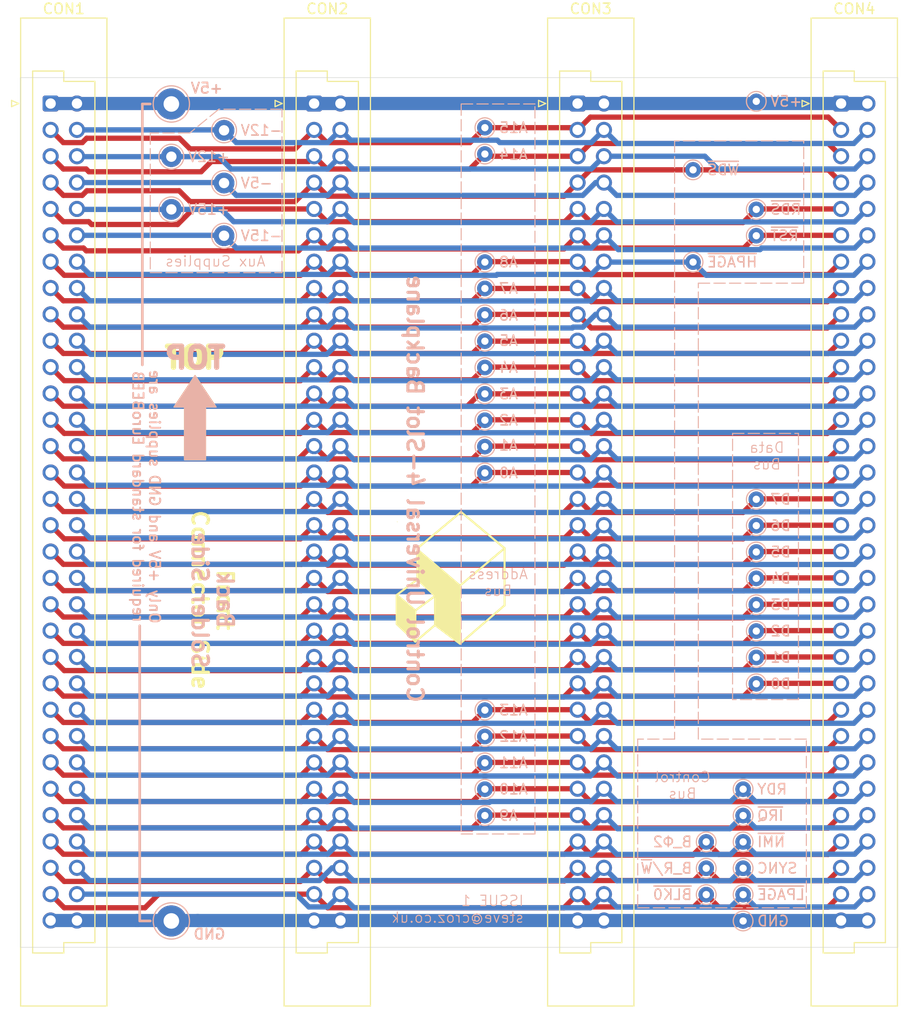
<source format=kicad_pcb>
(kicad_pcb (version 20240108) (generator "pcbnew") (generator_version "8.0")
  (title_block (title "CU 4 Slot Backplane") (date "2025-03-27") (rev "ISSUE 1") (company "steve@croz.co.uk"))
  (layers (0 "F.Cu" signal) (31 "B.Cu" signal) (34 "B.Paste" user) (35 "F.Paste" user) (36 "B.SilkS" user "B.Silkscreen") (37 "F.SilkS" user "F.Silkscreen") (38 "B.Mask" user) (39 "F.Mask" user) (44 "Edge.Cuts" user))
  (net 0 "")
  (net 1 "~{RST}")
  (net 2 "+12V")
  (net 3 "xB25")
  (net 4 "D4")
  (net 5 "+5V")
  (net 6 "GND")
  (net 7 "xB23")
  (net 8 "-12V")
  (net 9 "B_R{slash}~{W}")
  (net 10 "A5")
  (net 11 "A13")
  (net 12 "xB26")
  (net 13 "~{HPAGE}")
  (net 14 "xB20")
  (net 15 "D6")
  (net 16 "A22")
  (net 17 "A11")
  (net 18 "A3")
  (net 19 "-15V")
  (net 20 "~{BLK0}")
  (net 21 "D0")
  (net 22 "xB16")
  (net 23 "D7")
  (net 24 "D5")
  (net 25 "xB22")
  (net 26 "RDY")
  (net 27 "A8")
  (net 28 "xB14")
  (net 29 "D2")
  (net 30 "A12")
  (net 31 "B_Φ2")
  (net 32 "A21")
  (net 33 "A0")
  (net 34 "+15V")
  (net 35 "A4")
  (net 36 "xB21")
  (net 37 "A20")
  (net 38 "~{RDS}")
  (net 39 "D1")
  (net 40 "A1")
  (net 41 "A23")
  (net 42 "A15")
  (net 43 "A14")
  (net 44 "xB12")
  (net 45 "A2")
  (net 46 "-5V")
  (net 47 "xB18")
  (net 48 "xB15")
  (net 49 "A9")
  (net 50 "~{WDS}")
  (net 51 "xB13")
  (net 52 "D3")
  (net 53 "xB17")
  (net 54 "A6")
  (net 55 "~{IRQ}")
  (net 56 "A7")
  (net 57 "xB19")
  (net 58 "~{NMI}")
  (net 59 "SYNC")
  (net 60 "xB24")
  (net 61 "~{LPAGE}")
  (net 62 "A10")
  (footprint "Connector_DIN:DIN41612_B_2x32_Female_Vertical_THT" (layer "F.Cu") (at 55.164 37.296)
    (property "Reference" "CON2")
    (property "Value" "EXPANSION BUS")
  )
  (footprint "Connector_DIN:DIN41612_B_2x32_Female_Vertical_THT" (layer "F.Cu") (at 105.964 37.296)
    (property "Reference" "CON4")
    (property "Value" "EXPANSION BUS")
  )
  (footprint "Connector_DIN:DIN41612_B_2x32_Female_Vertical_THT" (layer "F.Cu") (at 80.564 37.296)
    (property "Reference" "CON3")
    (property "Value" "EXPANSION BUS")
  )
  (footprint "Connector_DIN:DIN41612_B_2x32_Female_Vertical_THT" (layer "F.Cu") (at 29.764 37.296)
    (property "Reference" "CON1")
    (property "Value" "EXPANSION BUS")
  )
  (footprint "CUBackplane:EuroCube-65-logo" (layer "F.Cu") (at 68.326 83.058)
    (property "Reference" "G***" (hide yes))
    (property "Value" "LOGO" (hide yes))
  )
  (footprint "TestPoint:TestPoint_THTPad_D1.5mm_Drill0.7mm" (layer "B.Cu") (at 71.628 57.658 180)
    (property "Reference" "TP11" (hide yes))
    (property "Value" "A6")
  )
  (footprint "TestPoint:TestPoint_THTPad_D3.0mm_Drill1.5mm" (layer "B.Cu") (at 41.402 116.078 180)
    (property "Reference" "J7" (hide yes))
    (property "Value" "GND")
  )
  (footprint "TestPoint:TestPoint_THTPad_D1.5mm_Drill0.7mm" (layer "B.Cu") (at 71.628 60.198 180)
    (property "Reference" "TP12" (hide yes))
    (property "Value" "A5")
  )
  (footprint "TestPoint:TestPoint_THTPad_D1.5mm_Drill0.7mm" (layer "B.Cu") (at 71.628 98.298 180)
    (property "Reference" "TP5" (hide yes))
    (property "Value" "A12")
  )
  (footprint "TestPoint:TestPoint_THTPad_D1.5mm_Drill0.7mm" (layer "B.Cu") (at 96.52 116.078 180)
    (property "Reference" "TP38" (hide yes))
    (property "Value" "GND")
  )
  (footprint "TestPoint:TestPoint_THTPad_D1.5mm_Drill0.7mm" (layer "B.Cu") (at 97.79 83.058 180)
    (property "Reference" "TP21" (hide yes))
    (property "Value" "D4")
  )
  (footprint "TestPoint:TestPoint_THTPad_D2.0mm_Drill1.0mm" (layer "B.Cu") (at 46.482 44.958 180)
    (property "Reference" "J4" (hide yes))
    (property "Value" "-5V")
  )
  (footprint "TestPoint:TestPoint_THTPad_D1.5mm_Drill0.7mm" (layer "B.Cu") (at 71.628 95.758 180)
    (property "Reference" "TP4" (hide yes))
    (property "Value" "A13")
  )
  (footprint "TestPoint:TestPoint_THTPad_D1.5mm_Drill0.7mm" (layer "B.Cu") (at 91.694 52.578 180)
    (property "Reference" "TP32" (hide yes))
    (property "Value" "~{HPAGE}")
  )
  (footprint "TestPoint:TestPoint_THTPad_D3.0mm_Drill1.5mm" (layer "B.Cu") (at 41.402 37.338 180)
    (property "Reference" "J1" (hide yes))
    (property "Value" "+5V")
  )
  (footprint "TestPoint:TestPoint_THTPad_D1.5mm_Drill0.7mm" (layer "B.Cu") (at 71.628 103.378 180)
    (property "Reference" "TP7" (hide yes))
    (property "Value" "A10")
  )
  (footprint "TestPoint:TestPoint_THTPad_D1.5mm_Drill0.7mm" (layer "B.Cu") (at 71.628 72.898 180)
    (property "Reference" "TP17" (hide yes))
    (property "Value" "A0")
  )
  (footprint "TestPoint:TestPoint_THTPad_D1.5mm_Drill0.7mm" (layer "B.Cu") (at 96.52 105.918 180)
    (property "Reference" "TP36" (hide yes))
    (property "Value" "~{IRQ}")
  )
  (footprint "TestPoint:TestPoint_THTPad_D1.5mm_Drill0.7mm" (layer "B.Cu") (at 92.964 108.458 180)
    (property "Reference" "TP26" (hide yes))
    (property "Value" "B_Φ2")
  )
  (footprint "TestPoint:TestPoint_THTPad_D1.5mm_Drill0.7mm" (layer "B.Cu") (at 92.964 113.538 180)
    (property "Reference" "TP28" (hide yes))
    (property "Value" "~{BLK0}")
  )
  (footprint "TestPoint:TestPoint_THTPad_D1.5mm_Drill0.7mm" (layer "B.Cu") (at 96.52 113.538 180)
    (property "Reference" "TP33" (hide yes))
    (property "Value" "~{LPAGE}")
  )
  (footprint "TestPoint:TestPoint_THTPad_D1.5mm_Drill0.7mm" (layer "B.Cu") (at 97.79 93.218 180)
    (property "Reference" "TP25" (hide yes))
    (property "Value" "D0")
  )
  (footprint "TestPoint:TestPoint_THTPad_D2.0mm_Drill1.0mm" (layer "B.Cu") (at 41.402 42.418 180)
    (property "Reference" "J3" (hide yes))
    (property "Value" "+12V")
  )
  (footprint "TestPoint:TestPoint_THTPad_D1.5mm_Drill0.7mm" (layer "B.Cu") (at 96.52 110.998 180)
    (property "Reference" "TP34" (hide yes))
    (property "Value" "SYNC")
  )
  (footprint "TestPoint:TestPoint_THTPad_D1.5mm_Drill0.7mm" (layer "B.Cu") (at 71.628 55.118 180)
    (property "Reference" "TP10" (hide yes))
    (property "Value" "A7")
  )
  (footprint "TestPoint:TestPoint_THTPad_D1.5mm_Drill0.7mm" (layer "B.Cu") (at 92.964 110.998 180)
    (property "Reference" "TP27" (hide yes))
    (property "Value" "B_R/~{W}")
  )
  (footprint "TestPoint:TestPoint_THTPad_D2.0mm_Drill1.0mm" (layer "B.Cu") (at 46.482 39.878 180)
    (property "Reference" "J2" (hide yes))
    (property "Value" "-12V")
  )
  (footprint "TestPoint:TestPoint_THTPad_D2.0mm_Drill1.0mm" (layer "B.Cu") (at 46.482 50.038 180)
    (property "Reference" "J6" (hide yes))
    (property "Value" "-15V")
  )
  (footprint "TestPoint:TestPoint_THTPad_D1.5mm_Drill0.7mm" (layer "B.Cu") (at 97.79 88.138 180)
    (property "Reference" "TP23" (hide yes))
    (property "Value" "D2")
  )
  (footprint "TestPoint:TestPoint_THTPad_D1.5mm_Drill0.7mm" (layer "B.Cu") (at 97.79 37.084 180)
    (property "Reference" "TP1" (hide yes))
    (property "Value" "+5V")
  )
  (footprint "TestPoint:TestPoint_THTPad_D1.5mm_Drill0.7mm" (layer "B.Cu") (at 71.628 65.278 180)
    (property "Reference" "TP14" (hide yes))
    (property "Value" "A3")
  )
  (footprint "TestPoint:TestPoint_THTPad_D1.5mm_Drill0.7mm" (layer "B.Cu") (at 97.79 80.518 180)
    (property "Reference" "TP20" (hide yes))
    (property "Value" "D5")
  )
  (footprint "TestPoint:TestPoint_THTPad_D2.0mm_Drill1.0mm" (layer "B.Cu") (at 41.402 47.498 180)
    (property "Reference" "J5" (hide yes))
    (property "Value" "+15V")
  )
  (footprint "TestPoint:TestPoint_THTPad_D1.5mm_Drill0.7mm" (layer "B.Cu") (at 96.52 108.458 180)
    (property "Reference" "TP35" (hide yes))
    (property "Value" "~{NMI}")
  )
  (footprint "TestPoint:TestPoint_THTPad_D1.5mm_Drill0.7mm" (layer "B.Cu") (at 97.79 47.498 180)
    (property "Reference" "TP30" (hide yes))
    (property "Value" "~{RDS}")
  )
  (footprint "TestPoint:TestPoint_THTPad_D1.5mm_Drill0.7mm" (layer "B.Cu") (at 71.628 67.818 180)
    (property "Reference" "TP15" (hide yes))
    (property "Value" "A2")
  )
  (footprint "TestPoint:TestPoint_THTPad_D1.5mm_Drill0.7mm" (layer "B.Cu") (at 71.628 52.578 180)
    (property "Reference" "TP9" (hide yes))
    (property "Value" "A8")
  )
  (footprint "TestPoint:TestPoint_THTPad_D1.5mm_Drill0.7mm" (layer "B.Cu") (at 71.628 62.738 180)
    (property "Reference" "TP13" (hide yes))
    (property "Value" "A4")
  )
  (footprint "TestPoint:TestPoint_THTPad_D1.5mm_Drill0.7mm" (layer "B.Cu") (at 97.79 77.978 180)
    (property "Reference" "TP19" (hide yes))
    (property "Value" "D6")
  )
  (footprint "TestPoint:TestPoint_THTPad_D1.5mm_Drill0.7mm" (layer "B.Cu") (at 71.628 39.624 180)
    (property "Reference" "TP2" (hide yes))
    (property "Value" "A15")
  )
  (footprint "TestPoint:TestPoint_THTPad_D1.5mm_Drill0.7mm" (layer "B.Cu") (at 97.79 90.678 180)
    (property "Reference" "TP24" (hide yes))
    (property "Value" "D1")
  )
  (footprint "TestPoint:TestPoint_THTPad_D1.5mm_Drill0.7mm" (layer "B.Cu") (at 71.628 70.358 180)
    (property "Reference" "TP16" (hide yes))
    (property "Value" "A1")
  )
  (footprint "TestPoint:TestPoint_THTPad_D1.5mm_Drill0.7mm" (layer "B.Cu") (at 96.52 103.378 180)
    (property "Reference" "TP37" (hide yes))
    (property "Value" "RDY")
  )
  (footprint "TestPoint:TestPoint_THTPad_D1.5mm_Drill0.7mm" (layer "B.Cu") (at 97.79 75.438 180)
    (property "Reference" "TP18" (hide yes))
    (property "Value" "D7")
  )
  (footprint "TestPoint:TestPoint_THTPad_D1.5mm_Drill0.7mm" (layer "B.Cu") (at 97.79 50.038 180)
    (property "Reference" "TP31" (hide yes))
    (property "Value" "~{RST}")
  )
  (footprint "TestPoint:TestPoint_THTPad_D1.5mm_Drill0.7mm" (layer "B.Cu") (at 97.79 85.598 180)
    (property "Reference" "TP22" (hide yes))
    (property "Value" "D3")
  )
  (footprint "TestPoint:TestPoint_THTPad_D1.5mm_Drill0.7mm" (layer "B.Cu") (at 71.628 42.164 180)
    (property "Reference" "TP3" (hide yes))
    (property "Value" "A14")
  )
  (footprint "TestPoint:TestPoint_THTPad_D1.5mm_Drill0.7mm" (layer "B.Cu") (at 71.628 105.918 180)
    (property "Reference" "TP8" (hide yes))
    (property "Value" "A9")
  )
  (footprint "TestPoint:TestPoint_THTPad_D1.5mm_Drill0.7mm" (layer "B.Cu") (at 91.694 43.688 180)
    (property "Reference" "TP29" (hide yes))
    (property "Value" "~{WDS}")
  )
  (footprint "TestPoint:TestPoint_THTPad_D1.5mm_Drill0.7mm" (layer "B.Cu") (at 71.628 100.838 180)
    (property "Reference" "TP6" (hide yes))
    (property "Value" "A11")
  )
  (gr_poly (pts (xy 102.362 40.894) (xy 89.916 40.894) (xy 89.916 98.552) (xy 86.36 98.552) (xy 86.36 114.808) (xy 102.616 114.808) (xy 102.616 98.552) (xy 92.202 98.552) (xy 92.202 54.61) (xy 102.362 54.61)) (stroke (width 0.1) (type dash)) (fill none) (layer "B.SilkS"))
  (gr_line (start 38.354 87.63) (end 38.354 116.078) (stroke (width 0.254)) (layer "B.SilkS"))
  (gr_line (start 38.608 62.484) (end 38.608 37.338) (stroke (width 0.254)) (layer "B.SilkS"))
  (gr_poly (pts (xy 52.07 37.846) (xy 45.974 37.846) (xy 43.18 40.132) (xy 39.37 40.132) (xy 39.37 53.594) (xy 52.07 53.594)) (stroke (width 0.1) (type dash)) (fill none) (layer "B.SilkS"))
  (gr_line (start 38.608 37.338) (end 39.37 37.338) (stroke (width 0.254)) (layer "B.SilkS"))
  (gr_poly (pts (xy 101.854 94.742) (xy 95.504 94.742) (xy 95.504 69.088) (xy 101.854 69.088)) (stroke (width 0.1) (type dash)) (fill none) (layer "B.SilkS"))
  (gr_poly (pts (xy 45.72 66.548) (xy 43.688 63.5) (xy 41.656 66.548) (xy 42.672 66.548) (xy 42.672 71.628) (xy 44.704 71.628) (xy 44.704 66.548)) (stroke (width 0.1)) (fill solid) (layer "B.SilkS"))
  (gr_line (start 38.354 116.078) (end 39.37 116.078) (stroke (width 0.254)) (layer "B.SilkS"))
  (gr_poly (pts (xy 76.454 37.338) (xy 69.342 37.338) (xy 69.342 107.696) (xy 76.454 107.696)) (stroke (width 0.1) (type dash)) (fill none) (layer "B.SilkS"))
  (gr_poly (pts (xy 45.72 66.548) (xy 43.688 63.5) (xy 41.656 66.548) (xy 42.672 66.548) (xy 42.672 71.628) (xy 44.704 71.628) (xy 44.704 66.548)) (stroke (width 0.1)) (fill solid) (layer "F.SilkS"))
  (gr_rect (start 26.8478 34.798) (end 111.4298 118.618) (stroke (width 0.05)) (fill none) (layer "Edge.Cuts"))
  (gr_text "Control Universal 4-Slot Backplane" (at 64.008 74.422 270) (layer "B.SilkS") (effects (font (size 1.5 1.5) (thickness 0.3) (bold yes)) (justify bottom mirror)))
  (gr_text "Control\nBus" (at 90.678 104.394 0) (layer "B.SilkS") (effects (font (size 1 1) (thickness 0.1)) (justify bottom mirror)))
  (gr_text "ISSUE 1\nsteve@croz.co.uk" (at 75.438 116.332 0) (layer "B.SilkS") (effects (font (size 1 1) (thickness 0.1)) (justify left bottom mirror)))
  (gr_text "TOP" (at 43.688 62.992 0) (layer "B.SilkS") (effects (font (size 2.032 2.032) (thickness 0.508) (bold yes)) (justify bottom mirror)))
  (gr_text "Address\nBus" (at 72.898 84.836 0) (layer "B.SilkS") (effects (font (size 1 1) (thickness 0.1)) (justify bottom mirror)))
  (gr_text "Data\nBus" (at 98.806 72.644 0) (layer "B.SilkS") (effects (font (size 1 1) (thickness 0.1)) (justify bottom mirror)))
  (gr_text "Back\nSolder Side" (at 43.2816 85.1408 -90) (layer "B.SilkS") (effects (font (size 1.5 1.5) (thickness 0.3) (bold yes)) (justify bottom mirror)))
  (gr_text "Only +5V and GND supplies are\nrequired for standard EuroBEEB" (at 37.592 75.184 270) (layer "B.SilkS") (effects (font (size 1 1) (thickness 0.1778) (bold yes)) (justify bottom mirror)))
  (gr_text "Aux Supplies" (at 50.546 53.086 0) (layer "B.SilkS") (effects (font (size 1 1) (thickness 0.1)) (justify left bottom mirror)))
  (gr_text "TOP" (at 43.688 62.992 0) (layer "F.SilkS") (effects (font (size 2.032 2.032) (thickness 0.508) (bold yes)) (justify bottom)))
  (gr_text "Front\nConnector Side" (at 43.2816 85.1408 -90) (layer "F.SilkS") (effects (font (size 1.5 1.5) (thickness 0.3) (bold yes)) (justify bottom)))
  (segment (start 96.603 51.225) (end 81.793 51.225) (width 0.508) (layer "F.Cu") (net 1))
  (segment (start 32.936999 51.225) (end 30.993 51.225) (width 0.508) (layer "F.Cu") (net 1))
  (segment (start 55.164 49.996) (end 53.668 51.492) (width 0.508) (layer "F.Cu") (net 1))
  (segment (start 30.993 51.225) (end 29.764 49.996) (width 0.508) (layer "F.Cu") (net 1))
  (segment (start 81.793 51.225) (end 80.564 49.996) (width 0.508) (layer "F.Cu") (net 1))
  (segment (start 105.964 49.996) (end 97.832 49.996) (width 0.508) (layer "F.Cu") (net 1))
  (segment (start 53.668 51.492) (end 33.203999 51.492) (width 0.508) (layer "F.Cu") (net 1))
  (segment (start 33.203999 51.492) (end 32.936999 51.225) (width 0.508) (layer "F.Cu") (net 1))
  (segment (start 79.253 51.307) (end 56.475 51.307) (width 0.508) (layer "F.Cu") (net 1))
  (segment (start 80.564 49.996) (end 79.253 51.307) (width 0.508) (layer "F.Cu") (net 1))
  (segment (start 56.475 51.307) (end 55.164 49.996) (width 0.508) (layer "F.Cu") (net 1))
  (segment (start 97.832 49.996) (end 97.79 50.038) (width 0.508) (layer "F.Cu") (net 1))
  (segment (start 97.79 50.038) (end 96.603 51.225) (width 0.508) (layer "F.Cu") (net 1))
  (segment (start 32.346 42.418) (end 32.304 42.376) (width 0.508) (layer "B.Cu") (net 2))
  (segment (start 94.063 43.605) (end 92.834 42.376) (width 0.508) (layer "B.Cu") (net 2))
  (segment (start 45.974 42.418) (end 41.402 42.418) (width 0.508) (layer "B.Cu") (net 2))
  (segment (start 92.834 42.376) (end 83.104 42.376) (width 0.508) (layer "B.Cu") (net 2))
  (segment (start 83.104 42.376) (end 81.875 43.605) (width 0.508) (layer "B.Cu") (net 2))
  (segment (start 81.875 43.605) (end 58.933 43.605) (width 0.508) (layer "B.Cu") (net 2))
  (segment (start 107.275 43.605) (end 94.063 43.605) (width 0.508) (layer "B.Cu") (net 2))
  (segment (start 57.704 42.376) (end 56.475 43.605) (width 0.508) (layer "B.Cu") (net 2))
  (segment (start 108.504 42.376) (end 107.275 43.605) (width 0.508) (layer "B.Cu") (net 2))
  (segment (start 58.933 43.605) (end 57.704 42.376) (width 0.508) (layer "B.Cu") (net 2))
  (segment (start 47.161 43.605) (end 45.974 42.418) (width 0.508) (layer "B.Cu") (net 2))
  (segment (start 41.402 42.418) (end 32.346 42.418) (width 0.508) (layer "B.Cu") (net 2))
  (segment (start 56.475 43.605) (end 47.161 43.605) (width 0.508) (layer "B.Cu") (net 2))
  (segment (start 81.858 99.502) (end 83.104 98.256) (width 0.508) (layer "B.Cu") (net 3))
  (segment (start 32.304 98.256) (end 33.533 99.485) (width 0.508) (layer "B.Cu") (net 3))
  (segment (start 57.704 98.256) (end 58.95 99.502) (width 0.508) (layer "B.Cu") (net 3))
  (segment (start 33.533 99.485) (end 56.475 99.485) (width 0.508) (layer "B.Cu") (net 3))
  (segment (start 107.275 99.485) (end 84.333 99.485) (width 0.508) (layer "B.Cu") (net 3))
  (segment (start 108.504 98.256) (end 107.275 99.485) (width 0.508) (layer "B.Cu") (net 3))
  (segment (start 58.95 99.502) (end 81.858 99.502) (width 0.508) (layer "B.Cu") (net 3))
  (segment (start 84.333 99.485) (end 83.104 98.256) (width 0.508) (layer "B.Cu") (net 3))
  (segment (start 56.475 99.485) (end 57.704 98.256) (width 0.508) (layer "B.Cu") (net 3))
  (segment (start 30.993 84.245) (end 29.764 83.016) (width 0.508) (layer "F.Cu") (net 4))
  (segment (start 96.603 84.245) (end 81.793 84.245) (width 0.508) (layer "F.Cu") (net 4))
  (segment (start 97.832 83.016) (end 97.79 83.058) (width 0.508) (layer "F.Cu") (net 4))
  (segment (start 81.793 84.245) (end 80.564 83.016) (width 0.508) (layer "F.Cu") (net 4))
  (segment (start 55.164 83.016) (end 53.935 84.245) (width 0.508) (layer "F.Cu") (net 4))
  (segment (start 105.964 83.016) (end 97.832 83.016) (width 0.508) (layer "F.Cu") (net 4))
  (segment (start 53.935 84.245) (end 30.993 84.245) (width 0.508) (layer "F.Cu") (net 4))
  (segment (start 97.79 83.058) (end 96.603 84.245) (width 0.508) (layer "F.Cu") (net 4))
  (segment (start 80.564 83.016) (end 79.253 84.327) (width 0.508) (layer "F.Cu") (net 4))
  (segment (start 79.253 84.327) (end 56.475 84.327) (width 0.508) (layer "F.Cu") (net 4))
  (segment (start 56.475 84.327) (end 55.164 83.016) (width 0.508) (layer "F.Cu") (net 4))
  (segment (start 42.63 37.296) (end 42.926 37.296) (width 1.27) (layer "B.Cu") (net 5))
  (segment (start 42.926 37.296) (end 108.504 37.296) (width 1.27) (layer "B.Cu") (net 5))
  (segment (start 29.764 37.296) (end 32.304 37.296) (width 1.27) (layer "B.Cu") (net 5))
  (segment (start 32.304 37.296) (end 40.132 37.296) (width 1.27) (layer "B.Cu") (net 5))
  (segment (start 40.132 37.296) (end 42.926 37.296) (width 1.27) (layer "B.Cu") (net 5))
  (segment (start 43.942 116.036) (end 108.504 116.036) (width 1.27) (layer "B.Cu") (net 6))
  (segment (start 38.1 116.036) (end 43.942 116.036) (width 1.27) (layer "B.Cu") (net 6))
  (segment (start 29.764 116.036) (end 38.1 116.036) (width 1.27) (layer "B.Cu") (net 6))
  (segment (start 81.793 94.487) (end 83.104 93.176) (width 0.508) (layer "B.Cu") (net 7))
  (segment (start 56.475 94.405) (end 57.704 93.176) (width 0.508) (layer "B.Cu") (net 7))
  (segment (start 59.015 94.487) (end 81.793 94.487) (width 0.508) (layer "B.Cu") (net 7))
  (segment (start 84.35 94.422) (end 107.258 94.422) (width 0.508) (layer "B.Cu") (net 7))
  (segment (start 57.704 93.176) (end 59.015 94.487) (width 0.508) (layer "B.Cu") (net 7))
  (segment (start 107.258 94.422) (end 108.504 93.176) (width 0.508) (layer "B.Cu") (net 7))
  (segment (start 83.104 93.176) (end 84.35 94.422) (width 0.508) (layer "B.Cu") (net 7))
  (segment (start 32.304 93.176) (end 33.533 94.405) (width 0.508) (layer "B.Cu") (net 7))
  (segment (start 33.533 94.405) (end 56.475 94.405) (width 0.508) (layer "B.Cu") (net 7))
  (segment (start 58.696 40.828) (end 57.704 39.836) (width 0.508) (layer "B.Cu") (net 8))
  (segment (start 57.704 39.836) (end 56.475 41.065) (width 0.508) (layer "B.Cu") (net 8))
  (segment (start 107.193 41.147) (end 84.415 41.147) (width 0.508) (layer "B.Cu") (net 8))
  (segment (start 46.44 39.836) (end 46.482 39.878) (width 0.508) (layer "B.Cu") (net 8))
  (segment (start 73.069 41.065) (end 72.832 40.828) (width 0.508) (layer "B.Cu") (net 8))
  (segment (start 81.875 41.065) (end 73.069 41.065) (width 0.508) (layer "B.Cu") (net 8))
  (segment (start 32.304 39.836) (end 46.44 39.836) (width 0.508) (layer "B.Cu") (net 8))
  (segment (start 47.669 41.065) (end 46.482 39.878) (width 0.508) (layer "B.Cu") (net 8))
  (segment (start 56.475 41.065) (end 47.669 41.065) (width 0.508) (layer "B.Cu") (net 8))
  (segment (start 72.832 40.828) (end 58.696 40.828) (width 0.508) (layer "B.Cu") (net 8))
  (segment (start 83.104 39.836) (end 81.875 41.065) (width 0.508) (layer "B.Cu") (net 8))
  (segment (start 84.415 41.147) (end 83.104 39.836) (width 0.508) (layer "B.Cu") (net 8))
  (segment (start 108.504 39.836) (end 107.193 41.147) (width 0.508) (layer "B.Cu") (net 8))
  (segment (start 53.853 112.267) (end 31.075 112.267) (width 0.508) (layer "F.Cu") (net 9))
  (segment (start 105.964 110.956) (end 104.718 112.202) (width 0.508) (layer "F.Cu") (net 9))
  (segment (start 81.793 112.185) (end 91.777 112.185) (width 0.508) (layer "F.Cu") (net 9))
  (segment (start 80.564 110.956) (end 81.793 112.185) (width 0.508) (layer "F.Cu") (net 9))
  (segment (start 91.777 112.185) (end 92.964 110.998) (width 0.508) (layer "F.Cu") (net 9))
  (segment (start 56.427931 112.219931) (end 79.300069 112.219931) (width 0.508) (layer "F.Cu") (net 9))
  (segment (start 104.718 112.202) (end 94.168 112.202) (width 0.508) (layer "F.Cu") (net 9))
  (segment (start 31.075 112.267) (end 29.764 110.956) (width 0.508) (layer "F.Cu") (net 9))
  (segment (start 94.168 112.202) (end 92.964 110.998) (width 0.508) (layer "F.Cu") (net 9))
  (segment (start 55.164 110.956) (end 56.427931 112.219931) (width 0.508) (layer "F.Cu") (net 9))
  (segment (start 79.300069 112.219931) (end 80.564 110.956) (width 0.508) (layer "F.Cu") (net 9))
  (segment (start 55.164 110.956) (end 53.853 112.267) (width 0.508) (layer "F.Cu") (net 9))
  (segment (start 80.564 60.156) (end 80.222 60.156) (width 0.508) (layer "F.Cu") (net 10))
  (segment (start 56.393 61.385) (end 55.164 60.156) (width 0.508) (layer "F.Cu") (net 10))
  (segment (start 80.18 60.198) (end 71.628 60.198) (width 0.508) (layer "F.Cu") (net 10))
  (segment (start 71.628 60.198) (end 70.441 61.385) (width 0.508) (layer "F.Cu") (net 10))
  (segment (start 53.935 61.385) (end 30.993 61.385) (width 0.508) (layer "F.Cu") (net 10))
  (segment (start 55.164 60.156) (end 53.935 61.385) (width 0.508) (layer "F.Cu") (net 10))
  (segment (start 104.735 61.385) (end 81.793 61.385) (width 0.508) (layer "F.Cu") (net 10))
  (segment (start 105.964 60.156) (end 104.735 61.385) (width 0.508) (layer "F.Cu") (net 10))
  (segment (start 81.793 61.385) (end 80.564 60.156) (width 0.508) (layer "F.Cu") (net 10))
  (segment (start 70.441 61.385) (end 56.393 61.385) (width 0.508) (layer "F.Cu") (net 10))
  (segment (start 30.993 61.385) (end 29.764 60.156) (width 0.508) (layer "F.Cu") (net 10))
  (segment (start 80.222 60.156) (end 80.18 60.198) (width 0.508) (layer "F.Cu") (net 10))
  (segment (start 105.964 95.716) (end 104.735 96.945) (width 0.508) (layer "F.Cu") (net 11))
  (segment (start 53.935 96.945) (end 30.993 96.945) (width 0.508) (layer "F.Cu") (net 11))
  (segment (start 30.993 96.945) (end 29.764 95.716) (width 0.508) (layer "F.Cu") (net 11))
  (segment (start 55.164 95.716) (end 53.935 96.945) (width 0.508) (layer "F.Cu") (net 11))
  (segment (start 81.793 96.945) (end 80.564 95.716) (width 0.508) (layer "F.Cu") (net 11))
  (segment (start 104.735 96.945) (end 81.793 96.945) (width 0.508) (layer "F.Cu") (net 11))
  (segment (start 70.441 96.945) (end 56.393 96.945) (width 0.508) (layer "F.Cu") (net 11))
  (segment (start 56.393 96.945) (end 55.164 95.716) (width 0.508) (layer "F.Cu") (net 11))
  (segment (start 71.67 95.716) (end 71.628 95.758) (width 0.508) (layer "F.Cu") (net 11))
  (segment (start 80.564 95.716) (end 71.67 95.716) (width 0.508) (layer "F.Cu") (net 11))
  (segment (start 71.628 95.758) (end 70.441 96.945) (width 0.508) (layer "F.Cu") (net 11))
  (segment (start 59.015 102.107) (end 81.793 102.107) (width 0.508) (layer "B.Cu") (net 12))
  (segment (start 107.193 102.107) (end 84.415 102.107) (width 0.508) (layer "B.Cu") (net 12))
  (segment (start 84.415 102.107) (end 83.104 100.796) (width 0.508) (layer "B.Cu") (net 12))
  (segment (start 108.504 100.796) (end 107.193 102.107) (width 0.508) (layer "B.Cu") (net 12))
  (segment (start 81.793 102.107) (end 83.104 100.796) (width 0.508) (layer "B.Cu") (net 12))
  (segment (start 56.475 102.025) (end 57.704 100.796) (width 0.508) (layer "B.Cu") (net 12))
  (segment (start 33.533 102.025) (end 56.475 102.025) (width 0.508) (layer "B.Cu") (net 12))
  (segment (start 32.304 100.796) (end 33.533 102.025) (width 0.508) (layer "B.Cu") (net 12))
  (segment (start 57.704 100.796) (end 59.015 102.107) (width 0.508) (layer "B.Cu") (net 12))
  (segment (start 83.146 52.578) (end 83.104 52.536) (width 0.508) (layer "B.Cu") (net 13))
  (segment (start 57.704 52.536) (end 56.475 53.765) (width 0.508) (layer "B.Cu") (net 13))
  (segment (start 33.533 53.765) (end 32.304 52.536) (width 0.508) (layer "B.Cu") (net 13))
  (segment (start 59.016 53.848) (end 57.704 52.536) (width 0.508) (layer "B.Cu") (net 13))
  (segment (start 92.963 53.847) (end 91.694 52.578) (width 0.508) (layer "B.Cu") (net 13))
  (segment (start 83.104 52.536) (end 81.875 53.765) (width 0.508) (layer "B.Cu") (net 13))
  (segment (start 91.694 52.578) (end 83.146 52.578) (width 0.508) (layer "B.Cu") (net 13))
  (segment (start 108.504 52.536) (end 107.193 53.847) (width 0.508) (layer "B.Cu") (net 13))
  (segment (start 72.815 53.765) (end 72.732 53.848) (width 0.508) (layer "B.Cu") (net 13))
  (segment (start 81.875 53.765) (end 72.815 53.765) (width 0.508) (layer "B.Cu") (net 13))
  (segment (start 72.732 53.848) (end 59.016 53.848) (width 0.508) (layer "B.Cu") (net 13))
  (segment (start 56.475 53.765) (end 33.533 53.765) (width 0.508) (layer "B.Cu") (net 13))
  (segment (start 107.193 53.847) (end 92.963 53.847) (width 0.508) (layer "B.Cu") (net 13))
  (segment (start 81.793 86.867) (end 83.104 85.556) (width 0.508) (layer "B.Cu") (net 14))
  (segment (start 33.533 86.785) (end 56.475 86.785) (width 0.508) (layer "B.Cu") (net 14))
  (segment (start 57.704 85.556) (end 59.015 86.867) (width 0.508) (layer "B.Cu") (net 14))
  (segment (start 56.475 86.785) (end 57.704 85.556) (width 0.508) (layer "B.Cu") (net 14))
  (segment (start 32.304 85.556) (end 33.533 86.785) (width 0.508) (layer "B.Cu") (net 14))
  (segment (start 107.258 86.802) (end 84.35 86.802) (width 0.508) (layer "B.Cu") (net 14))
  (segment (start 84.35 86.802) (end 83.104 85.556) (width 0.508) (layer "B.Cu") (net 14))
  (segment (start 108.504 85.556) (end 107.258 86.802) (width 0.508) (layer "B.Cu") (net 14))
  (segment (start 59.015 86.867) (end 81.793 86.867) (width 0.508) (layer "B.Cu") (net 14))
  (segment (start 53.853 79.247) (end 31.075 79.247) (width 0.508) (layer "F.Cu") (net 15))
  (segment (start 96.521 79.247) (end 81.875 79.247) (width 0.508) (layer "F.Cu") (net 15))
  (segment (start 55.164 77.936) (end 53.853 79.247) (width 0.508) (layer "F.Cu") (net 15))
  (segment (start 97.79 77.978) (end 96.521 79.247) (width 0.508) (layer "F.Cu") (net 15))
  (segment (start 79.335 79.165) (end 56.393 79.165) (width 0.508) (layer "F.Cu") (net 15))
  (segment (start 31.075 79.247) (end 29.764 77.936) (width 0.508) (layer "F.Cu") (net 15))
  (segment (start 56.393 79.165) (end 55.164 77.936) (width 0.508) (layer "F.Cu") (net 15))
  (segment (start 80.564 77.936) (end 79.335 79.165) (width 0.508) (layer "F.Cu") (net 15))
  (segment (start 105.964 77.936) (end 97.832 77.936) (width 0.508) (layer "F.Cu") (net 15))
  (segment (start 97.832 77.936) (end 97.79 77.978) (width 0.508) (layer "F.Cu") (net 15))
  (segment (start 81.875 79.247) (end 80.564 77.936) (width 0.508) (layer "F.Cu") (net 15))
  (segment (start 108.504 57.616) (end 107.275 58.845) (width 0.508) (layer "B.Cu") (net 16))
  (segment (start 80.053931 58.928) (end 59.016 58.928) (width 0.508) (layer "B.Cu") (net 16))
  (segment (start 33.533 58.845) (end 32.304 57.616) (width 0.508) (layer "B.Cu") (net 16))
  (segment (start 84.333 58.845) (end 83.104 57.616) (width 0.508) (layer "B.Cu") (net 16))
  (segment (start 82.302069 57.616) (end 81.073069 58.845) (width 0.508) (layer "B.Cu") (net 16))
  (segment (start 83.104 57.616) (end 82.302069 57.616) (width 0.508) (layer "B.Cu") (net 16))
  (segment (start 81.073069 58.845) (end 80.136931 58.845) (width 0.508) (layer "B.Cu") (net 16))
  (segment (start 57.704 57.616) (end 56.475 58.845) (width 0.508) (layer "B.Cu") (net 16))
  (segment (start 56.475 58.845) (end 33.533 58.845) (width 0.508) (layer "B.Cu") (net 16))
  (segment (start 107.275 58.845) (end 84.333 58.845) (width 0.508) (layer "B.Cu") (net 16))
  (segment (start 80.136931 58.845) (end 80.053931 58.928) (width 0.508) (layer "B.Cu") (net 16))
  (segment (start 59.016 58.928) (end 57.704 57.616) (width 0.508) (layer "B.Cu") (net 16))
  (segment (start 30.993 102.025) (end 29.764 100.796) (width 0.508) (layer "F.Cu") (net 17))
  (segment (start 56.393 102.025) (end 55.164 100.796) (width 0.508) (layer "F.Cu") (net 17))
  (segment (start 80.564 100.796) (end 71.67 100.796) (width 0.508) (layer "F.Cu") (net 17))
  (segment (start 53.935 102.025) (end 30.993 102.025) (width 0.508) (layer "F.Cu") (net 17))
  (segment (start 55.164 100.796) (end 53.935 102.025) (width 0.508) (layer "F.Cu") (net 17))
  (segment (start 71.67 100.796) (end 71.628 100.838) (width 0.508) (layer "F.Cu") (net 17))
  (segment (start 81.793 102.025) (end 80.564 100.796) (width 0.508) (layer "F.Cu") (net 17))
  (segment (start 104.735 102.025) (end 81.793 102.025) (width 0.508) (layer "F.Cu") (net 17))
  (segment (start 70.441 102.025) (end 56.393 102.025) (width 0.508) (layer "F.Cu") (net 17))
  (segment (start 105.964 100.796) (end 104.735 102.025) (width 0.508) (layer "F.Cu") (net 17))
  (segment (start 71.628 100.838) (end 70.441 102.025) (width 0.508) (layer "F.Cu") (net 17))
  (segment (start 30.993 66.465) (end 29.764 65.236) (width 0.508) (layer "F.Cu") (net 18))
  (segment (start 71.628 65.278) (end 71.12 65.278) (width 0.508) (layer "F.Cu") (net 18))
  (segment (start 80.564 65.236) (end 81.793 66.465) (width 0.508) (layer "F.Cu") (net 18))
  (segment (start 69.933 66.465) (end 56.393 66.465) (width 0.508) (layer "F.Cu") (net 18))
  (segment (start 81.793 66.465) (end 104.735 66.465) (width 0.508) (layer "F.Cu") (net 18))
  (segment (start 71.12 65.278) (end 69.933 66.465) (width 0.508) (layer "F.Cu") (net 18))
  (segment (start 71.628 65.278) (end 80.522 65.278) (width 0.508) (layer "F.Cu") (net 18))
  (segment (start 56.393 66.465) (end 55.164 65.236) (width 0.508) (layer "F.Cu") (net 18))
  (segment (start 53.935 66.465) (end 30.993 66.465) (width 0.508) (layer "F.Cu") (net 18))
  (segment (start 104.735 66.465) (end 105.964 65.236) (width 0.508) (layer "F.Cu") (net 18))
  (segment (start 55.164 65.236) (end 53.935 66.465) (width 0.508) (layer "F.Cu") (net 18))
  (segment (start 80.522 65.278) (end 80.564 65.236) (width 0.508) (layer "F.Cu") (net 18))
  (segment (start 98.156714 51.374) (end 84.482 51.374) (width 0.508) (layer "B.Cu") (net 19))
  (segment (start 57.704 49.996) (end 56.475 51.225) (width 0.508) (layer "B.Cu") (net 19))
  (segment (start 107.275 51.225) (end 98.305714 51.225) (width 0.508) (layer "B.Cu") (net 19))
  (segment (start 46.44 49.996) (end 46.482 50.038) (width 0.508) (layer "B.Cu") (net 19))
  (segment (start 58.933 51.225) (end 57.704 49.996) (width 0.508) (layer "B.Cu") (net 19))
  (segment (start 84.482 51.374) (end 83.104 49.996) (width 0.508) (layer "B.Cu") (net 19))
  (segment (start 47.669 51.225) (end 46.482 50.038) (width 0.508) (layer "B.Cu") (net 19))
  (segment (start 56.475 51.225) (end 47.669 51.225) (width 0.508) (layer "B.Cu") (net 19))
  (segment (start 98.305714 51.225) (end 98.156714 51.374) (width 0.508) (layer "B.Cu") (net 19))
  (segment (start 81.875 51.225) (end 58.933 51.225) (width 0.508) (layer "B.Cu") (net 19))
  (segment (start 32.304 49.996) (end 46.44 49.996) (width 0.508) (layer "B.Cu") (net 19))
  (segment (start 108.504 49.996) (end 107.275 51.225) (width 0.508) (layer "B.Cu") (net 19))
  (segment (start 83.104 49.996) (end 81.875 51.225) (width 0.508) (layer "B.Cu") (net 19))
  (segment (start 80.564 113.496) (end 79.253 114.807) (width 0.508) (layer "F.Cu") (net 20))
  (segment (start 80.564 113.496) (end 81.793 114.725) (width 0.508) (layer "F.Cu") (net 20))
  (segment (start 56.475 114.807) (end 55.164 113.496) (width 0.508) (layer "F.Cu") (net 20))
  (segment (start 92.964 113.538) (end 94.168 114.742) (width 0.508) (layer "F.Cu") (net 20))
  (segment (start 91.777 114.725) (end 92.964 113.538) (width 0.508) (layer "F.Cu") (net 20))
  (segment (start 94.168 114.742) (end 104.718 114.742) (width 0.508) (layer "F.Cu") (net 20))
  (segment (start 105.964 113.496) (end 104.718 114.742) (width 0.508) (layer "F.Cu") (net 20))
  (segment (start 81.793 114.725) (end 91.777 114.725) (width 0.508) (layer "F.Cu") (net 20))
  (segment (start 38.863 114.807) (end 40.174 113.496) (width 0.508) (layer "F.Cu") (net 20))
  (segment (start 40.174 113.496) (end 55.164 113.496) (width 0.508) (layer "F.Cu") (net 20))
  (segment (start 31.075 114.807) (end 29.764 113.496) (width 0.508) (layer "F.Cu") (net 20))
  (segment (start 79.253 114.807) (end 56.475 114.807) (width 0.508) (layer "F.Cu") (net 20))
  (segment (start 31.075 114.807) (end 38.863 114.807) (width 0.508) (layer "F.Cu") (net 20))
  (segment (start 79.253 94.487) (end 56.475 94.487) (width 0.508) (layer "F.Cu") (net 21))
  (segment (start 55.164 93.176) (end 53.935 94.405) (width 0.508) (layer "F.Cu") (net 21))
  (segment (start 105.964 93.176) (end 97.832 93.176) (width 0.508) (layer "F.Cu") (net 21))
  (segment (start 81.793 94.405) (end 80.564 93.176) (width 0.508) (layer "F.Cu") (net 21))
  (segment (start 56.475 94.487) (end 55.164 93.176) (width 0.508) (layer "F.Cu") (net 21))
  (segment (start 30.993 94.405) (end 29.764 93.176) (width 0.508) (layer "F.Cu") (net 21))
  (segment (start 80.564 93.176) (end 79.253 94.487) (width 0.508) (layer "F.Cu") (net 21))
  (segment (start 96.603 94.405) (end 81.793 94.405) (width 0.508) (layer "F.Cu") (net 21))
  (segment (start 53.935 94.405) (end 30.993 94.405) (width 0.508) (layer "F.Cu") (net 21))
  (segment (start 97.832 93.176) (end 97.79 93.218) (width 0.508) (layer "F.Cu") (net 21))
  (segment (start 97.79 93.218) (end 96.603 94.405) (width 0.508) (layer "F.Cu") (net 21))
  (segment (start 107.258 76.642) (end 84.35 76.642) (width 0.508) (layer "B.Cu") (net 22))
  (segment (start 32.304 75.396) (end 33.533 76.625) (width 0.508) (layer "B.Cu") (net 22))
  (segment (start 59.015 76.707) (end 81.793 76.707) (width 0.508) (layer "B.Cu") (net 22))
  (segment (start 108.504 75.396) (end 107.258 76.642) (width 0.508) (layer "B.Cu") (net 22))
  (segment (start 33.533 76.625) (end 56.475 76.625) (width 0.508) (layer "B.Cu") (net 22))
  (segment (start 56.475 76.625) (end 57.704 75.396) (width 0.508) (layer "B.Cu") (net 22))
  (segment (start 81.793 76.707) (end 83.104 75.396) (width 0.508) (layer "B.Cu") (net 22))
  (segment (start 84.35 76.642) (end 83.104 75.396) (width 0.508) (layer "B.Cu") (net 22))
  (segment (start 57.704 75.396) (end 59.015 76.707) (width 0.508) (layer "B.Cu") (net 22))
  (segment (start 55.164 75.396) (end 53.935 76.625) (width 0.508) (layer "F.Cu") (net 23))
  (segment (start 97.832 75.396) (end 97.79 75.438) (width 0.508) (layer "F.Cu") (net 23))
  (segment (start 96.521 76.707) (end 81.875 76.707) (width 0.508) (layer "F.Cu") (net 23))
  (segment (start 105.964 75.396) (end 97.832 75.396) (width 0.508) (layer "F.Cu") (net 23))
  (segment (start 53.935 76.625) (end 30.993 76.625) (width 0.508) (layer "F.Cu") (net 23))
  (segment (start 56.475 76.707) (end 55.164 75.396) (width 0.508) (layer "F.Cu") (net 23))
  (segment (start 79.253 76.707) (end 56.475 76.707) (width 0.508) (layer "F.Cu") (net 23))
  (segment (start 30.993 76.625) (end 29.764 75.396) (width 0.508) (layer "F.Cu") (net 23))
  (segment (start 81.875 76.707) (end 80.564 75.396) (width 0.508) (layer "F.Cu") (net 23))
  (segment (start 97.79 75.438) (end 96.521 76.707) (width 0.508) (layer "F.Cu") (net 23))
  (segment (start 80.564 75.396) (end 79.253 76.707) (width 0.508) (layer "F.Cu") (net 23))
  (segment (start 81.793 81.705) (end 80.564 80.476) (width 0.508) (layer "F.Cu") (net 24))
  (segment (start 105.964 80.476) (end 97.832 80.476) (width 0.508) (layer "F.Cu") (net 24))
  (segment (start 96.603 81.705) (end 81.793 81.705) (width 0.508) (layer "F.Cu") (net 24))
  (segment (start 55.164 80.476) (end 53.935 81.705) (width 0.508) (layer "F.Cu") (net 24))
  (segment (start 53.935 81.705) (end 30.993 81.705) (width 0.508) (layer "F.Cu") (net 24))
  (segment (start 79.253 81.787) (end 56.475 81.787) (width 0.508) (layer "F.Cu") (net 24))
  (segment (start 80.564 80.476) (end 79.253 81.787) (width 0.508) (layer "F.Cu") (net 24))
  (segment (start 97.79 80.518) (end 96.603 81.705) (width 0.508) (layer "F.Cu") (net 24))
  (segment (start 56.475 81.787) (end 55.164 80.476) (width 0.508) (layer "F.Cu") (net 24))
  (segment (start 30.993 81.705) (end 29.764 80.476) (width 0.508) (layer "F.Cu") (net 24))
  (segment (start 97.832 80.476) (end 97.79 80.518) (width 0.508) (layer "F.Cu") (net 24))
  (segment (start 57.704 90.636) (end 59.015 91.947) (width 0.508) (layer "B.Cu") (net 25))
  (segment (start 84.35 91.882) (end 107.258 91.882) (width 0.508) (layer "B.Cu") (net 25))
  (segment (start 83.104 90.636) (end 84.35 91.882) (width 0.508) (layer "B.Cu") (net 25))
  (segment (start 56.475 91.865) (end 57.704 90.636) (width 0.508) (layer "B.Cu") (net 25))
  (segment (start 32.304 90.636) (end 33.533 91.865) (width 0.508) (layer "B.Cu") (net 25))
  (segment (start 107.258 91.882) (end 108.504 90.636) (width 0.508) (layer "B.Cu") (net 25))
  (segment (start 59.015 91.947) (end 81.793 91.947) (width 0.508) (layer "B.Cu") (net 25))
  (segment (start 81.793 91.947) (end 83.104 90.636) (width 0.508) (layer "B.Cu") (net 25))
  (segment (start 33.533 91.865) (end 56.475 91.865) (width 0.508) (layer "B.Cu") (net 25))
  (segment (start 95.333 104.565) (end 84.333 104.565) (width 0.508) (layer "B.Cu") (net 26))
  (segment (start 72.143714 104.565) (end 72.060714 104.648) (width 0.508) (layer "B.Cu") (net 26))
  (segment (start 84.333 104.565) (end 83.104 103.336) (width 0.508) (layer "B.Cu") (net 26))
  (segment (start 96.52 103.378) (end 95.333 104.565) (width 0.508) (layer "B.Cu") (net 26))
  (segment (start 59.016 104.648) (end 57.704 103.336) (width 0.508) (layer "B.Cu") (net 26))
  (segment (start 81.875 104.565) (end 72.143714 104.565) (width 0.508) (layer "B.Cu") (net 26))
  (segment (start 56.475 104.565) (end 33.533 104.565) (width 0.508) (layer "B.Cu") (net 26))
  (segment (start 57.704 103.336) (end 56.475 104.565) (width 0.508) (layer "B.Cu") (net 26))
  (segment (start 107.275 104.565) (end 97.707 104.565) (width 0.508) (layer "B.Cu") (net 26))
  (segment (start 97.707 104.565) (end 96.52 103.378) (width 0.508) (layer "B.Cu") (net 26))
  (segment (start 83.104 103.336) (end 81.875 104.565) (width 0.508) (layer "B.Cu") (net 26))
  (segment (start 108.504 103.336) (end 107.275 104.565) (width 0.508) (layer "B.Cu") (net 26))
  (segment (start 72.060714 104.648) (end 59.016 104.648) (width 0.508) (layer "B.Cu") (net 26))
  (segment (start 33.533 104.565) (end 32.304 103.336) (width 0.508) (layer "B.Cu") (net 26))
  (segment (start 71.628 52.578) (end 70.441 53.765) (width 0.508) (layer "F.Cu") (net 27))
  (segment (start 70.441 53.765) (end 56.393 53.765) (width 0.508) (layer "F.Cu") (net 27))
  (segment (start 71.67 52.536) (end 71.628 52.578) (width 0.508) (layer "F.Cu") (net 27))
  (segment (start 53.853 53.847) (end 31.075 53.847) (width 0.508) (layer "F.Cu") (net 27))
  (segment (start 81.81 53.782) (end 104.718 53.782) (width 0.508) (layer "F.Cu") (net 27))
  (segment (start 31.075 53.847) (end 29.764 52.536) (width 0.508) (layer "F.Cu") (net 27))
  (segment (start 104.718 53.782) (end 105.964 52.536) (width 0.508) (layer "F.Cu") (net 27))
  (segment (start 80.564 52.536) (end 81.81 53.782) (width 0.508) (layer "F.Cu") (net 27))
  (segment (start 55.164 52.536) (end 53.853 53.847) (width 0.508) (layer "F.Cu") (net 27))
  (segment (start 80.564 52.536) (end 71.67 52.536) (width 0.508) (layer "F.Cu") (net 27))
  (segment (start 56.393 53.765) (end 55.164 52.536) (width 0.508) (layer "F.Cu") (net 27))
  (segment (start 59.015 71.627) (end 81.793 71.627) (width 0.508) (layer "B.Cu") (net 28))
  (segment (start 57.704 70.316) (end 59.015 71.627) (width 0.508) (layer "B.Cu") (net 28))
  (segment (start 108.504 70.316) (end 107.275 71.545) (width 0.508) (layer "B.Cu") (net 28))
  (segment (start 81.793 71.627) (end 83.104 70.316) (width 0.508) (layer "B.Cu") (net 28))
  (segment (start 84.333 71.545) (end 83.104 70.316) (width 0.508) (layer "B.Cu") (net 28))
  (segment (start 32.304 70.316) (end 33.533 71.545) (width 0.508) (layer "B.Cu") (net 28))
  (segment (start 33.533 71.545) (end 56.475 71.545) (width 0.508) (layer "B.Cu") (net 28))
  (segment (start 56.475 71.545) (end 57.704 70.316) (width 0.508) (layer "B.Cu") (net 28))
  (segment (start 107.275 71.545) (end 84.333 71.545) (width 0.508) (layer "B.Cu") (net 28))
  (segment (start 80.564 88.096) (end 79.335 89.325) (width 0.508) (layer "F.Cu") (net 29))
  (segment (start 79.335 89.325) (end 56.393 89.325) (width 0.508) (layer "F.Cu") (net 29))
  (segment (start 55.164 88.096) (end 53.935 89.325) (width 0.508) (layer "F.Cu") (net 29))
  (segment (start 105.964 88.096) (end 97.832 88.096) (width 0.508) (layer "F.Cu") (net 29))
  (segment (start 56.393 89.325) (end 55.164 88.096) (width 0.508) (layer "F.Cu") (net 29))
  (segment (start 97.832 88.096) (end 97.79 88.138) (width 0.508) (layer "F.Cu") (net 29))
  (segment (start 96.603 89.325) (end 81.793 89.325) (width 0.508) (layer "F.Cu") (net 29))
  (segment (start 53.935 89.325) (end 30.993 89.325) (width 0.508) (layer "F.Cu") (net 29))
  (segment (start 97.79 88.138) (end 96.603 89.325) (width 0.508) (layer "F.Cu") (net 29))
  (segment (start 30.993 89.325) (end 29.764 88.096) (width 0.508) (layer "F.Cu") (net 29))
  (segment (start 81.793 89.325) (end 80.564 88.096) (width 0.508) (layer "F.Cu") (net 29))
  (segment (start 56.475 99.567) (end 55.164 98.256) (width 0.508) (layer "F.Cu") (net 30))
  (segment (start 81.875 99.567) (end 80.564 98.256) (width 0.508) (layer "F.Cu") (net 30))
  (segment (start 55.164 98.256) (end 53.935 99.485) (width 0.508) (layer "F.Cu") (net 30))
  (segment (start 30.993 99.485) (end 29.764 98.256) (width 0.508) (layer "F.Cu") (net 30))
  (segment (start 80.564 98.256) (end 71.67 98.256) (width 0.508) (layer "F.Cu") (net 30))
  (segment (start 104.653 99.567) (end 81.875 99.567) (width 0.508) (layer "F.Cu") (net 30))
  (segment (start 105.964 98.256) (end 104.653 99.567) (width 0.508) (layer "F.Cu") (net 30))
  (segment (start 71.628 98.298) (end 70.359 99.567) (width 0.508) (layer "F.Cu") (net 30))
  (segment (start 70.359 99.567) (end 56.475 99.567) (width 0.508) (layer "F.Cu") (net 30))
  (segment (start 71.67 98.256) (end 71.628 98.298) (width 0.508) (layer "F.Cu") (net 30))
  (segment (start 53.935 99.485) (end 30.993 99.485) (width 0.508) (layer "F.Cu") (net 30))
  (segment (start 55.164 108.416) (end 56.393 109.645) (width 0.508) (layer "F.Cu") (net 31))
  (segment (start 56.393 109.645) (end 79.335 109.645) (width 0.508) (layer "F.Cu") (net 31))
  (segment (start 53.935 109.645) (end 30.993 109.645) (width 0.508) (layer "F.Cu") (net 31))
  (segment (start 81.875 109.727) (end 91.695 109.727) (width 0.508) (layer "F.Cu") (net 31))
  (segment (start 105.964 108.416) (end 104.718 109.662) (width 0.508) (layer "F.Cu") (net 31))
  (segment (start 91.695 109.727) (end 92.964 108.458) (width 0.508) (layer "F.Cu") (net 31))
  (segment (start 79.335 109.645) (end 80.564 108.416) (width 0.508) (layer "F.Cu") (net 31))
  (segment (start 104.718 109.662) (end 94.168 109.662) (width 0.508) (layer "F.Cu") (net 31))
  (segment (start 94.168 109.662) (end 92.964 108.458) (width 0.508) (layer "F.Cu") (net 31))
  (segment (start 80.564 108.416) (end 81.875 109.727) (width 0.508) (layer "F.Cu") (net 31))
  (segment (start 30.993 109.645) (end 29.764 108.416) (width 0.508) (layer "F.Cu") (net 31))
  (segment (start 55.164 108.416) (end 53.935 109.645) (width 0.508) (layer "F.Cu") (net 31))
  (segment (start 33.615 61.467) (end 32.304 60.156) (width 0.508) (layer "B.Cu") (net 32))
  (segment (start 58.95 61.402) (end 57.704 60.156) (width 0.508) (layer "B.Cu") (net 32))
  (segment (start 83.104 60.156) (end 81.858 61.402) (width 0.508) (layer "B.Cu") (net 32))
  (segment (start 81.858 61.402) (end 58.95 61.402) (width 0.508) (layer "B.Cu") (net 32))
  (segment (start 107.275 61.385) (end 84.333 61.385) (width 0.508) (layer "B.Cu") (net 32))
  (segment (start 84.333 61.385) (end 83.104 60.156) (width 0.508) (layer "B.Cu") (net 32))
  (segment (start 108.504 60.156) (end 107.275 61.385) (width 0.508) (layer "B.Cu") (net 32))
  (segment (start 57.704 60.156) (end 56.393 61.467) (width 0.508) (layer "B.Cu") (net 32))
  (segment (start 56.393 61.467) (end 33.615 61.467) (width 0.508) (layer "B.Cu") (net 32))
  (segment (start 56.475 74.167) (end 55.164 72.856) (width 0.508) (layer "F.Cu") (net 33))
  (segment (start 105.964 72.856) (end 104.735 74.085) (width 0.508) (layer "F.Cu") (net 33))
  (segment (start 81.793 74.085) (end 80.564 72.856) (width 0.508) (layer "F.Cu") (net 33))
  (segment (start 80.564 72.856) (end 71.67 72.856) (width 0.508) (layer "F.Cu") (net 33))
  (segment (start 55.164 72.856) (end 53.853 74.167) (width 0.508) (layer "F.Cu") (net 33))
  (segment (start 31.075 74.167) (end 29.764 72.856) (width 0.508) (layer "F.Cu") (net 33))
  (segment (start 70.359 74.167) (end 56.475 74.167) (width 0.508) (layer "F.Cu") (net 33))
  (segment (start 71.628 72.898) (end 70.359 74.167) (width 0.508) (layer "F.Cu") (net 33))
  (segment (start 71.67 72.856) (end 71.628 72.898) (width 0.508) (layer "F.Cu") (net 33))
  (segment (start 104.735 74.085) (end 81.793 74.085) (width 0.508) (layer "F.Cu") (net 33))
  (segment (start 53.853 74.167) (end 31.075 74.167) (width 0.508) (layer "F.Cu") (net 33))
  (segment (start 41.402 47.498) (end 32.346 47.498) (width 0.508) (layer "B.Cu") (net 34))
  (segment (start 108.504 47.456) (end 107.258 48.702) (width 0.508) (layer "B.Cu") (net 34))
  (segment (start 46.228 47.498) (end 41.402 47.498) (width 0.508) (layer "B.Cu") (net 34))
  (segment (start 107.258 48.702) (end 84.35 48.702) (width 0.508) (layer "B.Cu") (net 34))
  (segment (start 83.104 47.456) (end 81.793 48.767) (width 0.508) (layer "B.Cu") (net 34))
  (segment (start 56.475 48.685) (end 47.415 48.685) (width 0.508) (layer "B.Cu") (net 34))
  (segment (start 47.415 48.685) (end 46.228 47.498) (width 0.508) (layer "B.Cu") (net 34))
  (segment (start 32.346 47.498) (end 32.304 47.456) (width 0.508) (layer "B.Cu") (net 34))
  (segment (start 59.015 48.767) (end 57.704 47.456) (width 0.508) (layer "B.Cu") (net 34))
  (segment (start 84.35 48.702) (end 83.104 47.456) (width 0.508) (layer "B.Cu") (net 34))
  (segment (start 57.704 47.456) (end 56.475 48.685) (width 0.508) (layer "B.Cu") (net 34))
  (segment (start 81.793 48.767) (end 59.015 48.767) (width 0.508) (layer "B.Cu") (net 34))
  (segment (start 55.164 62.696) (end 53.853 64.007) (width 0.508) (layer "F.Cu") (net 35))
  (segment (start 104.653 64.007) (end 81.875 64.007) (width 0.508) (layer "F.Cu") (net 35))
  (segment (start 71.628 62.738) (end 70.441 63.925) (width 0.508) (layer "F.Cu") (net 35))
  (segment (start 70.441 63.925) (end 56.393 63.925) (width 0.508) (layer "F.Cu") (net 35))
  (segment (start 80.564 62.696) (end 71.67 62.696) (width 0.508) (layer "F.Cu") (net 35))
  (segment (start 56.393 63.925) (end 55.164 62.696) (width 0.508) (layer "F.Cu") (net 35))
  (segment (start 31.075 64.007) (end 29.764 62.696) (width 0.508) (layer "F.Cu") (net 35))
  (segment (start 53.853 64.007) (end 31.075 64.007) (width 0.508) (layer "F.Cu") (net 35))
  (segment (start 105.964 62.696) (end 104.653 64.007) (width 0.508) (layer "F.Cu") (net 35))
  (segment (start 71.67 62.696) (end 71.628 62.738) (width 0.508) (layer "F.Cu") (net 35))
  (segment (start 81.875 64.007) (end 80.564 62.696) (width 0.508) (layer "F.Cu") (net 35))
  (segment (start 108.504 88.096) (end 107.258 89.342) (width 0.508) (layer "B.Cu") (net 36))
  (segment (start 33.533 89.325) (end 56.475 89.325) (width 0.508) (layer "B.Cu") (net 36))
  (segment (start 84.35 89.342) (end 83.104 88.096) (width 0.508) (layer "B.Cu") (net 36))
  (segment (start 59.015 89.407) (end 81.793 89.407) (width 0.508) (layer "B.Cu") (net 36))
  (segment (start 32.304 88.096) (end 33.533 89.325) (width 0.508) (layer "B.Cu") (net 36))
  (segment (start 57.704 88.096) (end 59.015 89.407) (width 0.508) (layer "B.Cu") (net 36))
  (segment (start 56.475 89.325) (end 57.704 88.096) (width 0.508) (layer "B.Cu") (net 36))
  (segment (start 81.793 89.407) (end 83.104 88.096) (width 0.508) (layer "B.Cu") (net 36))
  (segment (start 107.258 89.342) (end 84.35 89.342) (width 0.508) (layer "B.Cu") (net 36))
  (segment (start 33.533 63.925) (end 32.304 62.696) (width 0.508) (layer "B.Cu") (net 37))
  (segment (start 108.504 62.696) (end 107.275 63.925) (width 0.508) (layer "B.Cu") (net 37))
  (segment (start 83.104 62.696) (end 81.793 64.007) (width 0.508) (layer "B.Cu") (net 37))
  (segment (start 84.333 63.925) (end 83.104 62.696) (width 0.508) (layer "B.Cu") (net 37))
  (segment (start 57.704 62.696) (end 56.475 63.925) (width 0.508) (layer "B.Cu") (net 37))
  (segment (start 56.475 63.925) (end 33.533 63.925) (width 0.508) (layer "B.Cu") (net 37))
  (segment (start 81.793 64.007) (end 59.015 64.007) (width 0.508) (layer "B.Cu") (net 37))
  (segment (start 59.015 64.007) (end 57.704 62.696) (width 0.508) (layer "B.Cu") (net 37))
  (segment (start 107.275 63.925) (end 84.333 63.925) (width 0.508) (layer "B.Cu") (net 37))
  (segment (start 81.875 48.767) (end 80.564 47.456) (width 0.508) (layer "F.Cu") (net 38))
  (segment (start 96.521 48.767) (end 81.875 48.767) (width 0.508) (layer "F.Cu") (net 38))
  (segment (start 97.79 47.498) (end 96.521 48.767) (width 0.508) (layer "F.Cu") (net 38))
  (segment (start 56.393 48.685) (end 55.164 47.456) (width 0.508) (layer "F.Cu") (net 38))
  (segment (start 55.164 47.456) (end 43.500267 47.456) (width 0.508) (layer "F.Cu") (net 38))
  (segment (start 42.004267 48.952) (end 33.711999 48.952) (width 0.508) (layer "F.Cu") (net 38))
  (segment (start 105.964 47.456) (end 97.832 47.456) (width 0.508) (layer "F.Cu") (net 38))
  (segment (start 105.922 47.498) (end 105.964 47.456) (width 0.508) (layer "F.Cu") (net 38))
  (segment (start 30.993 48.685) (end 29.764 47.456) (width 0.508) (layer "F.Cu") (net 38))
  (segment (start 43.500267 47.456) (end 42.004267 48.952) (width 0.508) (layer "F.Cu") (net 38))
  (segment (start 79.335 48.685) (end 56.393 48.685) (width 0.508) (layer "F.Cu") (net 38))
  (segment (start 97.832 47.456) (end 97.79 47.498) (width 0.508) (layer "F.Cu") (net 38))
  (segment (start 33.711999 48.952) (end 33.444999 48.685) (width 0.508) (layer "F.Cu") (net 38))
  (segment (start 80.564 47.456) (end 79.335 48.685) (width 0.508) (layer "F.Cu") (net 38))
  (segment (start 33.444999 48.685) (end 30.993 48.685) (width 0.508) (layer "F.Cu") (net 38))
  (segment (start 96.603 91.865) (end 81.793 91.865) (width 0.508) (layer "F.Cu") (net 39))
  (segment (start 97.832 90.636) (end 97.79 90.678) (width 0.508) (layer "F.Cu") (net 39))
  (segment (start 97.79 90.678) (end 96.603 91.865) (width 0.508) (layer "F.Cu") (net 39))
  (segment (start 79.335 91.865) (end 56.393 91.865) (width 0.508) (layer "F.Cu") (net 39))
  (segment (start 31.075 91.947) (end 29.764 90.636) (width 0.508) (layer "F.Cu") (net 39))
  (segment (start 80.564 90.636) (end 79.335 91.865) (width 0.508) (layer "F.Cu") (net 39))
  (segment (start 105.964 90.636) (end 97.832 90.636) (width 0.508) (layer "F.Cu") (net 39))
  (segment (start 81.793 91.865) (end 80.564 90.636) (width 0.508) (layer "F.Cu") (net 39))
  (segment (start 55.164 90.636) (end 53.853 91.947) (width 0.508) (layer "F.Cu") (net 39))
  (segment (start 56.393 91.865) (end 55.164 90.636) (width 0.508) (layer "F.Cu") (net 39))
  (segment (start 53.853 91.947) (end 31.075 91.947) (width 0.508) (layer "F.Cu") (net 39))
  (segment (start 70.441 71.545) (end 56.393 71.545) (width 0.508) (layer "F.Cu") (net 40))
  (segment (start 104.653 71.627) (end 81.875 71.627) (width 0.508) (layer "F.Cu") (net 40))
  (segment (start 53.677 71.545) (end 30.993 71.545) (width 0.508) (layer "F.Cu") (net 40))
  (segment (start 30.993 71.545) (end 29.764 70.316) (width 0.508) (layer "F.Cu") (net 40))
  (segment (start 54.906 70.316) (end 53.677 71.545) (width 0.508) (layer "F.Cu") (net 40))
  (segment (start 71.628 70.358) (end 70.441 71.545) (width 0.508) (layer "F.Cu") (net 40))
  (segment (start 80.564 70.316) (end 71.67 70.316) (width 0.508) (layer "F.Cu") (net 40))
  (segment (start 81.875 71.627) (end 80.564 70.316) (width 0.508) (layer "F.Cu") (net 40))
  (segment (start 56.393 71.545) (end 55.164 70.316) (width 0.508) (layer "F.Cu") (net 40))
  (segment (start 105.964 70.316) (end 104.653 71.627) (width 0.508) (layer "F.Cu") (net 40))
  (segment (start 55.164 70.316) (end 54.906 70.316) (width 0.508) (layer "F.Cu") (net 40))
  (segment (start 71.67 70.316) (end 71.628 70.358) (width 0.508) (layer "F.Cu") (net 40))
  (segment (start 56.475 56.305) (end 33.533 56.305) (width 0.508) (layer "B.Cu") (net 41))
  (segment (start 84.333 56.305) (end 83.104 55.076) (width 0.508) (layer "B.Cu") (net 41))
  (segment (start 57.704 55.076) (end 56.475 56.305) (width 0.508) (layer "B.Cu") (net 41))
  (segment (start 81.858 56.322) (end 58.95 56.322) (width 0.508) (layer "B.Cu") (net 41))
  (segment (start 108.504 55.076) (end 107.275 56.305) (width 0.508) (layer "B.Cu") (net 41))
  (segment (start 107.275 56.305) (end 84.333 56.305) (width 0.508) (layer "B.Cu") (net 41))
  (segment (start 58.95 56.322) (end 57.704 55.076) (width 0.508) (layer "B.Cu") (net 41))
  (segment (start 33.533 56.305) (end 32.304 55.076) (width 0.508) (layer "B.Cu") (net 41))
  (segment (start 83.104 55.076) (end 81.858 56.322) (width 0.508) (layer "B.Cu") (net 41))
  (segment (start 56.393 41.065) (end 55.164 39.836) (width 0.508) (layer "F.Cu") (net 42))
  (segment (start 80.56 39.836) (end 80.348 39.624) (width 0.508) (layer "F.Cu") (net 42))
  (segment (start 30.993 41.065) (end 29.764 39.836) (width 0.508) (layer "F.Cu") (net 42))
  (segment (start 80.564 39.836) (end 80.56 39.836) (width 0.508) (layer "F.Cu") (net 42))
  (segment (start 80.348 39.624) (end 71.628 39.624) (width 0.508) (layer "F.Cu") (net 42))
  (segment (start 43.207003 41.668) (end 42.179003 40.64) (width 0.508) (layer "F.Cu") (net 42))
  (segment (start 70.187 41.065) (end 56.393 41.065) (width 0.508) (layer "F.Cu") (net 42))
  (segment (start 53.332 41.668) (end 43.207003 41.668) (width 0.508) (layer "F.Cu") (net 42))
  (segment (start 71.628 39.624) (end 70.187 41.065) (width 0.508) (layer "F.Cu") (net 42))
  (segment (start 81.793 38.607) (end 104.735 38.607) (width 0.508) (layer "F.Cu") (net 42))
  (segment (start 32.813069 41.065) (end 30.993 41.065) (width 0.508) (layer "F.Cu") (net 42))
  (segment (start 42.179003 40.64) (end 33.238069 40.64) (width 0.508) (layer "F.Cu") (net 42))
  (segment (start 33.238069 40.64) (end 32.813069 41.065) (width 0.508) (layer "F.Cu") (net 42))
  (segment (start 80.564 39.836) (end 81.793 38.607) (width 0.508) (layer "F.Cu") (net 42))
  (segment (start 104.735 38.607) (end 105.964 39.836) (width 0.508) (layer "F.Cu") (net 42))
  (segment (start 55.164 39.836) (end 53.332 41.668) (width 0.508) (layer "F.Cu") (net 42))
  (segment (start 70.187 43.605) (end 56.393 43.605) (width 0.508) (layer "F.Cu") (net 43))
  (segment (start 71.84 42.376) (end 71.628 42.164) (width 0.508) (layer "F.Cu") (net 43))
  (segment (start 29.764 42.376) (end 30.993 43.605) (width 0.508) (layer "F.Cu") (net 43))
  (segment (start 80.564 42.376) (end 71.84 42.376) (width 0.508) (layer "F.Cu") (net 43))
  (segment (start 104.735 41.147) (end 81.793 41.147) (width 0.508) (layer "F.Cu") (net 43))
  (segment (start 33.457999 43.872) (end 44.27 43.872) (width 0.508) (layer "F.Cu") (net 43))
  (segment (start 44.27 43.872) (end 45.258 42.884) (width 0.508) (layer "F.Cu") (net 43))
  (segment (start 33.190999 43.605) (end 33.457999 43.872) (width 0.508) (layer "F.Cu") (net 43))
  (segment (start 45.258 42.884) (end 54.656 42.884) (width 0.508) (layer "F.Cu") (net 43))
  (segment (start 71.628 42.164) (end 70.187 43.605) (width 0.508) (layer "F.Cu") (net 43))
  (segment (start 54.656 42.884) (end 55.164 42.376) (width 0.508) (layer "F.Cu") (net 43))
  (segment (start 81.793 41.147) (end 80.564 42.376) (width 0.508) (layer "F.Cu") (net 43))
  (segment (start 56.393 43.605) (end 55.164 42.376) (width 0.508) (layer "F.Cu") (net 43))
  (segment (start 30.993 43.605) (end 33.190999 43.605) (width 0.508) (layer "F.Cu") (net 43))
  (segment (start 105.964 42.376) (end 104.735 41.147) (width 0.508) (layer "F.Cu") (net 43))
  (segment (start 83.104 65.236) (end 81.858 66.482) (width 0.508) (layer "B.Cu") (net 44))
  (segment (start 32.304 65.236) (end 33.533 66.465) (width 0.508) (layer "B.Cu") (net 44))
  (segment (start 107.275 66.465) (end 84.333 66.465) (width 0.508) (layer "B.Cu") (net 44))
  (segment (start 33.533 66.465) (end 56.475 66.465) (width 0.508) (layer "B.Cu") (net 44))
  (segment (start 81.858 66.482) (end 58.95 66.482) (width 0.508) (layer "B.Cu") (net 44))
  (segment (start 56.475 66.465) (end 57.704 65.236) (width 0.508) (layer "B.Cu") (net 44))
  (segment (start 108.504 65.236) (end 107.275 66.465) (width 0.508) (layer "B.Cu") (net 44))
  (segment (start 84.333 66.465) (end 83.104 65.236) (width 0.508) (layer "B.Cu") (net 44))
  (segment (start 58.95 66.482) (end 57.704 65.236) (width 0.508) (layer "B.Cu") (net 44))
  (segment (start 105.964 67.776) (end 104.653 69.087) (width 0.508) (layer "F.Cu") (net 45))
  (segment (start 80.564 67.776) (end 71.67 67.776) (width 0.508) (layer "F.Cu") (net 45))
  (segment (start 55.164 67.776) (end 53.853 69.087) (width 0.508) (layer "F.Cu") (net 45))
  (segment (start 104.653 69.087) (end 81.875 69.087) (width 0.508) (layer "F.Cu") (net 45))
  (segment (start 71.628 67.818) (end 70.441 69.005) (width 0.508) (layer "F.Cu") (net 45))
  (segment (start 71.67 67.776) (end 71.628 67.818) (width 0.508) (layer "F.Cu") (net 45))
  (segment (start 56.393 69.005) (end 55.164 67.776) (width 0.508) (layer "F.Cu") (net 45))
  (segment (start 70.441 69.005) (end 56.393 69.005) (width 0.508) (layer "F.Cu") (net 45))
  (segment (start 31.075 69.087) (end 29.764 67.776) (width 0.508) (layer "F.Cu") (net 45))
  (segment (start 53.853 69.087) (end 31.075 69.087) (width 0.508) (layer "F.Cu") (net 45))
  (segment (start 81.875 69.087) (end 80.564 67.776) (width 0.508) (layer "F.Cu") (net 45))
  (segment (start 47.669 46.145) (end 46.482 44.958) (width 0.508) (layer "B.Cu") (net 46))
  (segment (start 57.704 44.916) (end 56.475 46.145) (width 0.508) (layer "B.Cu") (net 46))
  (segment (start 56.475 46.145) (end 47.669 46.145) (width 0.508) (layer "B.Cu") (net 46))
  (segment (start 32.304 44.916) (end 46.44 44.916) (width 0.508) (layer "B.Cu") (net 46))
  (segment (start 107.275 46.145) (end 84.333 46.145) (width 0.508) (layer "B.Cu") (net 46))
  (segment (start 46.44 44.916) (end 46.482 44.958) (width 0.508) (layer "B.Cu") (net 46))
  (segment (start 58.933 46.145) (end 57.704 44.916) (width 0.508) (layer "B.Cu") (net 46))
  (segment (start 108.504 44.916) (end 107.275 46.145) (width 0.508) (layer "B.Cu") (net 46))
  (segment (start 82.302069 44.916) (end 81.073069 46.145) (width 0.508) (layer "B.Cu") (net 46))
  (segment (start 83.104 44.916) (end 82.302069 44.916) (width 0.508) (layer "B.Cu") (net 46))
  (segment (start 84.333 46.145) (end 83.104 44.916) (width 0.508) (layer "B.Cu") (net 46))
  (segment (start 81.073069 46.145) (end 58.933 46.145) (width 0.508) (layer "B.Cu") (net 46))
  (segment (start 32.304 80.476) (end 33.533 81.705) (width 0.508) (layer "B.Cu") (net 47))
  (segment (start 58.933 81.705) (end 81.875 81.705) (width 0.508) (layer "B.Cu") (net 47))
  (segment (start 56.475 81.705) (end 57.704 80.476) (width 0.508) (layer "B.Cu") (net 47))
  (segment (start 57.704 80.476) (end 58.933 81.705) (width 0.508) (layer "B.Cu") (net 47))
  (segment (start 33.533 81.705) (end 56.475 81.705) (width 0.508) (layer "B.Cu") (net 47))
  (segment (start 84.35 81.722) (end 83.104 80.476) (width 0.508) (layer "B.Cu") (net 47))
  (segment (start 108.504 80.476) (end 107.258 81.722) (width 0.508) (layer "B.Cu") (net 47))
  (segment (start 107.258 81.722) (end 84.35 81.722) (width 0.508) (layer "B.Cu") (net 47))
  (segment (start 81.875 81.705) (end 83.104 80.476) (width 0.508) (layer "B.Cu") (net 47))
  (segment (start 56.475 74.085) (end 57.704 72.856) (width 0.508) (layer "B.Cu") (net 48))
  (segment (start 108.504 72.856) (end 107.193 74.167) (width 0.508) (layer "B.Cu") (net 48))
  (segment (start 32.304 72.856) (end 33.533 74.085) (width 0.508) (layer "B.Cu") (net 48))
  (segment (start 84.415 74.167) (end 83.104 72.856) (width 0.508) (layer "B.Cu") (net 48))
  (segment (start 59.015 74.167) (end 81.793 74.167) (width 0.508) (layer "B.Cu") (net 48))
  (segment (start 107.193 74.167) (end 84.415 74.167) (width 0.508) (layer "B.Cu") (net 48))
  (segment (start 33.533 74.085) (end 56.475 74.085) (width 0.508) (layer "B.Cu") (net 48))
  (segment (start 81.793 74.167) (end 83.104 72.856) (width 0.508) (layer "B.Cu") (net 48))
  (segment (start 57.704 72.856) (end 59.015 74.167) (width 0.508) (layer "B.Cu") (net 48))
  (segment (start 55.164 105.876) (end 53.935 107.105) (width 0.508) (layer "F.Cu") (net 49))
  (segment (start 71.628 105.918) (end 70.359 107.187) (width 0.508) (layer "F.Cu") (net 49))
  (segment (start 70.359 107.187) (end 56.475 107.187) (width 0.508) (layer "F.Cu") (net 49))
  (segment (start 30.993 107.105) (end 29.764 105.876) (width 0.508) (layer "F.Cu") (net 49))
  (segment (start 53.935 107.105) (end 30.993 107.105) (width 0.508) (layer "F.Cu") (net 49))
  (segment (start 71.67 105.876) (end 71.628 105.918) (width 0.508) (layer "F.Cu") (net 49))
  (segment (start 105.964 105.876) (end 104.718 107.122) (width 0.508) (layer "F.Cu") (net 49))
  (segment (start 104.718 107.122) (end 81.81 107.122) (width 0.508) (layer "F.Cu") (net 49))
  (segment (start 80.564 105.876) (end 71.67 105.876) (width 0.508) (layer "F.Cu") (net 49))
  (segment (start 56.475 107.187) (end 55.164 105.876) (width 0.508) (layer "F.Cu") (net 49))
  (segment (start 81.81 107.122) (end 80.564 105.876) (width 0.508) (layer "F.Cu") (net 49))
  (segment (start 80.564 44.916) (end 81.793 43.687) (width 0.508) (layer "F.Cu") (net 50))
  (segment (start 81.793 43.687) (end 104.735 43.687) (width 0.508) (layer "F.Cu") (net 50))
  (segment (start 79.253 46.227) (end 56.475 46.227) (width 0.508) (layer "F.Cu") (net 50))
  (segment (start 53.332 46.748) (end 43.207003 46.748) (width 0.508) (layer "F.Cu") (net 50))
  (segment (start 43.207003 46.748) (end 42.161038 45.702035) (width 0.508) (layer "F.Cu") (net 50))
  (segment (start 104.735 43.687) (end 105.964 44.916) (width 0.508) (layer "F.Cu") (net 50))
  (segment (start 56.475 46.227) (end 55.164 44.916) (width 0.508) (layer "F.Cu") (net 50))
  (segment (start 30.993 46.145) (end 29.764 44.916) (width 0.508) (layer "F.Cu") (net 50))
  (segment (start 32.813069 46.145) (end 30.993 46.145) (width 0.508) (layer "F.Cu") (net 50))
  (segment (start 33.256034 45.702035) (end 32.813069 46.145) (width 0.508) (layer "F.Cu") (net 50))
  (segment (start 55.164 44.916) (end 53.332 46.748) (width 0.508) (layer "F.Cu") (net 50))
  (segment (start 80.564 44.916) (end 79.253 46.227) (width 0.508) (layer "F.Cu") (net 50))
  (segment (start 42.161038 45.702035) (end 33.256034 45.702035) (width 0.508) (layer "F.Cu") (net 50))
  (segment (start 57.704 67.776) (end 58.95 69.022) (width 0.508) (layer "B.Cu") (net 51))
  (segment (start 56.475 69.005) (end 57.704 67.776) (width 0.508) (layer "B.Cu") (net 51))
  (segment (start 33.533 69.005) (end 56.475 69.005) (width 0.508) (layer "B.Cu") (net 51))
  (segment (start 84.333 69.005) (end 107.275 69.005) (width 0.508) (layer "B.Cu") (net 51))
  (segment (start 32.304 67.776) (end 33.533 69.005) (width 0.508) (layer "B.Cu") (net 51))
  (segment (start 58.95 69.022) (end 81.858 69.022) (width 0.508) (layer "B.Cu") (net 51))
  (segment (start 107.275 69.005) (end 108.504 67.776) (width 0.508) (layer "B.Cu") (net 51))
  (segment (start 83.104 67.776) (end 84.333 69.005) (width 0.508) (layer "B.Cu") (net 51))
  (segment (start 81.858 69.022) (end 83.104 67.776) (width 0.508) (layer "B.Cu") (net 51))
  (segment (start 30.993 86.785) (end 29.764 85.556) (width 0.508) (layer "F.Cu") (net 52))
  (segment (start 96.521 86.867) (end 81.875 86.867) (width 0.508) (layer "F.Cu") (net 52))
  (segment (start 80.564 85.556) (end 79.335 86.785) (width 0.508) (layer "F.Cu") (net 52))
  (segment (start 81.875 86.867) (end 80.564 85.556) (width 0.508) (layer "F.Cu") (net 52))
  (segment (start 79.335 86.785) (end 56.393 86.785) (width 0.508) (layer "F.Cu") (net 52))
  (segment (start 97.79 85.598) (end 96.521 86.867) (width 0.508) (layer "F.Cu") (net 52))
  (segment (start 56.393 86.785) (end 55.164 85.556) (width 0.508) (layer "F.Cu") (net 52))
  (segment (start 97.832 85.556) (end 97.79 85.598) (width 0.508) (layer "F.Cu") (net 52))
  (segment (start 55.164 85.556) (end 53.935 86.785) (width 0.508) (layer "F.Cu") (net 52))
  (segment (start 53.935 86.785) (end 30.993 86.785) (width 0.508) (layer "F.Cu") (net 52))
  (segment (start 105.964 85.556) (end 97.832 85.556) (width 0.508) (layer "F.Cu") (net 52))
  (segment (start 108.504 77.936) (end 107.258 79.182) (width 0.508) (layer "B.Cu") (net 53))
  (segment (start 84.35 79.182) (end 83.104 77.936) (width 0.508) (layer "B.Cu") (net 53))
  (segment (start 56.475 79.165) (end 57.704 77.936) (width 0.508) (layer "B.Cu") (net 53))
  (segment (start 32.304 77.936) (end 33.533 79.165) (width 0.508) (layer "B.Cu") (net 53))
  (segment (start 107.258 79.182) (end 84.35 79.182) (width 0.508) (layer "B.Cu") (net 53))
  (segment (start 59.015 79.247) (end 81.793 79.247) (width 0.508) (layer "B.Cu") (net 53))
  (segment (start 57.704 77.936) (end 59.015 79.247) (width 0.508) (layer "B.Cu") (net 53))
  (segment (start 33.533 79.165) (end 56.475 79.165) (width 0.508) (layer "B.Cu") (net 53))
  (segment (start 81.793 79.247) (end 83.104 77.936) (width 0.508) (layer "B.Cu") (net 53))
  (segment (start 80.564 57.616) (end 71.67 57.616) (width 0.508) (layer "F.Cu") (net 54))
  (segment (start 71.628 57.658) (end 70.441 58.845) (width 0.508) (layer "F.Cu") (net 54))
  (segment (start 55.164 57.616) (end 53.935 58.845) (width 0.508) (layer "F.Cu") (net 54))
  (segment (start 105.964 57.616) (end 104.653 58.927) (width 0.508) (layer "F.Cu") (net 54))
  (segment (start 81.875 58.927) (end 80.564 57.616) (width 0.508) (layer "F.Cu") (net 54))
  (segment (start 104.653 58.927) (end 81.875 58.927) (width 0.508) (layer "F.Cu") (net 54))
  (segment (start 70.441 58.845) (end 56.393 58.845) (width 0.508) (layer "F.Cu") (net 54))
  (segment (start 30.993 58.845) (end 29.764 57.616) (width 0.508) (layer "F.Cu") (net 54))
  (segment (start 56.393 58.845) (end 55.164 57.616) (width 0.508) (layer "F.Cu") (net 54))
  (segment (start 71.67 57.616) (end 71.628 57.658) (width 0.508) (layer "F.Cu") (net 54))
  (segment (start 53.935 58.845) (end 30.993 58.845) (width 0.508) (layer "F.Cu") (net 54))
  (segment (start 33.533 107.105) (end 32.304 105.876) (width 0.508) (layer "B.Cu") (net 55))
  (segment (start 84.416 107.188) (end 83.104 105.876) (width 0.508) (layer "B.Cu") (net 55))
  (segment (start 84.416 107.188) (end 95.25 107.188) (width 0.508) (layer "B.Cu") (net 55))
  (segment (start 81.858 107.122) (end 58.95 107.122) (width 0.508) (layer "B.Cu") (net 55))
  (segment (start 83.104 105.876) (end 81.858 107.122) (width 0.508) (layer "B.Cu") (net 55))
  (segment (start 95.25 107.188) (end 96.52 105.918) (width 0.508) (layer "B.Cu") (net 55))
  (segment (start 57.704 105.876) (end 56.475 107.105) (width 0.508) (layer "B.Cu") (net 55))
  (segment (start 58.95 107.122) (end 57.704 105.876) (width 0.508) (layer "B.Cu") (net 55))
  (segment (start 56.475 107.105) (end 33.533 107.105) (width 0.508) (layer "B.Cu") (net 55))
  (segment (start 107.275 107.105) (end 108.504 105.876) (width 0.508) (layer "B.Cu") (net 55))
  (segment (start 97.707 107.105) (end 107.275 107.105) (width 0.508) (layer "B.Cu") (net 55))
  (segment (start 96.52 105.918) (end 97.707 107.105) (width 0.508) (layer "B.Cu") (net 55))
  (segment (start 56.393 56.305) (end 55.164 55.076) (width 0.508) (layer "F.Cu") (net 56))
  (segment (start 105.964 55.076) (end 104.653 56.387) (width 0.508) (layer "F.Cu") (net 56))
  (segment (start 80.306 55.076) (end 80.264 55.118) (width 0.508) (layer "F.Cu") (net 56))
  (segment (start 70.441 56.305) (end 56.393 56.305) (width 0.508) (layer "F.Cu") (net 56))
  (segment (start 71.628 55.118) (end 70.441 56.305) (width 0.508) (layer "F.Cu") (net 56))
  (segment (start 104.653 56.387) (end 81.875 56.387) (width 0.508) (layer "F.Cu") (net 56))
  (segment (start 80.564 55.076) (end 80.306 55.076) (width 0.508) (layer "F.Cu") (net 56))
  (segment (start 55.164 55.076) (end 53.935 56.305) (width 0.508) (layer "F.Cu") (net 56))
  (segment (start 30.993 56.305) (end 29.764 55.076) (width 0.508) (layer "F.Cu") (net 56))
  (segment (start 53.935 56.305) (end 30.993 56.305) (width 0.508) (layer "F.Cu") (net 56))
  (segment (start 81.875 56.387) (end 80.564 55.076) (width 0.508) (layer "F.Cu") (net 56))
  (segment (start 80.264 55.118) (end 71.628 55.118) (width 0.508) (layer "F.Cu") (net 56))
  (segment (start 108.504 83.016) (end 107.258 84.262) (width 0.508) (layer "B.Cu") (net 57))
  (segment (start 107.258 84.262) (end 84.35 84.262) (width 0.508) (layer "B.Cu") (net 57))
  (segment (start 32.304 83.016) (end 33.533 84.245) (width 0.508) (layer "B.Cu") (net 57))
  (segment (start 84.35 84.262) (end 83.104 83.016) (width 0.508) (layer "B.Cu") (net 57))
  (segment (start 56.475 84.245) (end 57.704 83.016) (width 0.508) (layer "B.Cu") (net 57))
  (segment (start 33.533 84.245) (end 56.475 84.245) (width 0.508) (layer "B.Cu") (net 57))
  (segment (start 57.704 83.016) (end 59.015 84.327) (width 0.508) (layer "B.Cu") (net 57))
  (segment (start 81.793 84.327) (end 83.104 83.016) (width 0.508) (layer "B.Cu") (net 57))
  (segment (start 59.015 84.327) (end 81.793 84.327) (width 0.508) (layer "B.Cu") (net 57))
  (segment (start 58.933 109.645) (end 57.704 108.416) (width 0.508) (layer "B.Cu") (net 58))
  (segment (start 107.275 109.645) (end 97.707 109.645) (width 0.508) (layer "B.Cu") (net 58))
  (segment (start 96.52 108.458) (end 95.316 109.662) (width 0.508) (layer "B.Cu") (net 58))
  (segment (start 95.316 109.662) (end 84.35 109.662) (width 0.508) (layer "B.Cu") (net 58))
  (segment (start 108.504 108.416) (end 107.275 109.645) (width 0.508) (layer "B.Cu") (net 58))
  (segment (start 97.707 109.645) (end 96.52 108.458) (width 0.508) (layer "B.Cu") (net 58))
  (segment (start 33.533 109.645) (end 32.304 108.416) (width 0.508) (layer "B.Cu") (net 58))
  (segment (start 84.35 109.662) (end 83.104 108.416) (width 0.508) (layer "B.Cu") (net 58))
  (segment (start 56.475 109.645) (end 33.533 109.645) (width 0.508) (layer "B.Cu") (net 58))
  (segment (start 83.104 108.416) (end 81.875 109.645) (width 0.508) (layer "B.Cu") (net 58))
  (segment (start 81.875 109.645) (end 58.933 109.645) (width 0.508) (layer "B.Cu") (net 58))
  (segment (start 57.704 108.416) (end 56.475 109.645) (width 0.508) (layer "B.Cu") (net 58))
  (segment (start 84.35 112.202) (end 83.104 110.956) (width 0.508) (layer "B.Cu") (net 59))
  (segment (start 81.875 112.185) (end 58.933 112.185) (width 0.508) (layer "B.Cu") (net 59))
  (segment (start 55.673069 112.185) (end 33.533 112.185) (width 0.508) (layer "B.Cu") (net 59))
  (segment (start 107.275 112.185) (end 108.504 110.956) (width 0.508) (layer "B.Cu") (net 59))
  (segment (start 33.533 112.185) (end 32.304 110.956) (width 0.508) (layer "B.Cu") (net 59))
  (segment (start 58.933 112.185) (end 57.704 110.956) (width 0.508) (layer "B.Cu") (net 59))
  (segment (start 97.707 112.185) (end 107.275 112.185) (width 0.508) (layer "B.Cu") (net 59))
  (segment (start 57.704 110.956) (end 56.902069 110.956) (width 0.508) (layer "B.Cu") (net 59))
  (segment (start 83.104 110.956) (end 81.875 112.185) (width 0.508) (layer "B.Cu") (net 59))
  (segment (start 96.52 110.998) (end 97.707 112.185) (width 0.508) (layer "B.Cu") (net 59))
  (segment (start 84.35 112.202) (end 95.316 112.202) (width 0.508) (layer "B.Cu") (net 59))
  (segment (start 56.902069 110.956) (end 55.673069 112.185) (width 0.508) (layer "B.Cu") (net 59))
  (segment (start 95.316 112.202) (end 96.52 110.998) (width 0.508) (layer "B.Cu") (net 59))
  (segment (start 81.793 97.027) (end 83.104 95.716) (width 0.508) (layer "B.Cu") (net 60))
  (segment (start 57.704 95.716) (end 59.015 97.027) (width 0.508) (layer "B.Cu") (net 60))
  (segment (start 107.193 97.027) (end 84.415 97.027) (width 0.508) (layer "B.Cu") (net 60))
  (segment (start 32.304 95.716) (end 33.533 96.945) (width 0.508) (layer "B.Cu") (net 60))
  (segment (start 56.475 96.945) (end 57.704 95.716) (width 0.508) (layer "B.Cu") (net 60))
  (segment (start 59.015 97.027) (end 81.793 97.027) (width 0.508) (layer "B.Cu") (net 60))
  (segment (start 108.504 95.716) (end 107.193 97.027) (width 0.508) (layer "B.Cu") (net 60))
  (segment (start 84.415 97.027) (end 83.104 95.716) (width 0.508) (layer "B.Cu") (net 60))
  (segment (start 33.533 96.945) (end 56.475 96.945) (width 0.508) (layer "B.Cu") (net 60))
  (segment (start 95.316 114.742) (end 84.35 114.742) (width 0.508) (layer "B.Cu") (net 61))
  (segment (start 54.654931 114.725) (end 56.475 114.725) (width 0.508) (layer "B.Cu") (net 61))
  (segment (start 59.015 114.807) (end 57.704 113.496) (width 0.508) (layer "B.Cu") (net 61))
  (segment (start 108.504 113.496) (end 107.275 114.725) (width 0.508) (layer "B.Cu") (net 61))
  (segment (start 32.304 113.496) (end 53.425931 113.496) (width 0.508) (layer "B.Cu") (net 61))
  (segment (start 97.707 114.725) (end 96.52 113.538) (width 0.508) (layer "B.Cu") (net 61))
  (segment (start 81.793 114.807) (end 59.015 114.807) (width 0.508) (layer "B.Cu") (net 61))
  (segment (start 53.425931 113.496) (end 54.654931 114.725) (width 0.508) (layer "B.Cu") (net 61))
  (segment (start 107.275 114.725) (end 97.707 114.725) (width 0.508) (layer "B.Cu") (net 61))
  (segment (start 96.52 113.538) (end 95.316 114.742) (width 0.508) (layer "B.Cu") (net 61))
  (segment (start 83.104 113.496) (end 81.793 114.807) (width 0.508) (layer "B.Cu") (net 61))
  (segment (start 84.35 114.742) (end 83.104 113.496) (width 0.508) (layer "B.Cu") (net 61))
  (segment (start 57.704 113.496) (end 56.475 114.725) (width 0.508) (layer "B.Cu") (net 61))
  (segment (start 53.935 104.565) (end 30.993 104.565) (width 0.508) (layer "F.Cu") (net 62))
  (segment (start 71.67 103.336) (end 71.628 103.378) (width 0.508) (layer "F.Cu") (net 62))
  (segment (start 105.964 103.336) (end 104.718 104.582) (width 0.508) (layer "F.Cu") (net 62))
  (segment (start 70.441 104.565) (end 56.393 104.565) (width 0.508) (layer "F.Cu") (net 62))
  (segment (start 104.718 104.582) (end 81.81 104.582) (width 0.508) (layer "F.Cu") (net 62))
  (segment (start 30.993 104.565) (end 29.764 103.336) (width 0.508) (layer "F.Cu") (net 62))
  (segment (start 71.628 103.378) (end 70.441 104.565) (width 0.508) (layer "F.Cu") (net 62))
  (segment (start 56.393 104.565) (end 55.164 103.336) (width 0.508) (layer "F.Cu") (net 62))
  (segment (start 80.564 103.336) (end 71.67 103.336) (width 0.508) (layer "F.Cu") (net 62))
  (segment (start 81.81 104.582) (end 80.564 103.336) (width 0.508) (layer "F.Cu") (net 62))
  (segment (start 55.164 103.336) (end 53.935 104.565) (width 0.508) (layer "F.Cu") (net 62))
)
</source>
